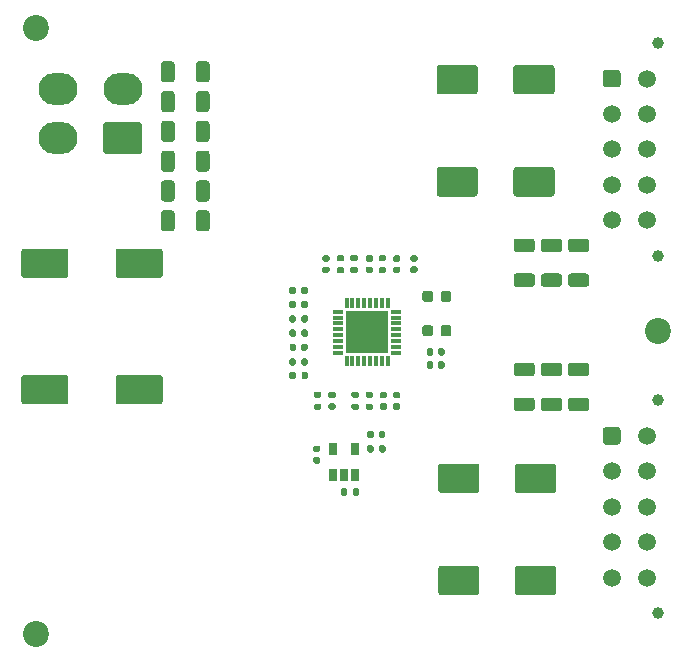
<source format=gbr>
%TF.GenerationSoftware,KiCad,Pcbnew,(5.1.8)-1*%
%TF.CreationDate,2021-10-03T21:30:47+08:00*%
%TF.ProjectId,-18v~18v Dual-Power,2d313876-7e31-4387-9620-4475616c2d50,rev?*%
%TF.SameCoordinates,Original*%
%TF.FileFunction,Soldermask,Top*%
%TF.FilePolarity,Negative*%
%FSLAX46Y46*%
G04 Gerber Fmt 4.6, Leading zero omitted, Abs format (unit mm)*
G04 Created by KiCad (PCBNEW (5.1.8)-1) date 2021-10-03 21:30:47*
%MOMM*%
%LPD*%
G01*
G04 APERTURE LIST*
%ADD10R,3.550000X3.550000*%
%ADD11R,0.300000X0.804800*%
%ADD12R,0.804800X0.300000*%
%ADD13C,2.200000*%
%ADD14O,3.300000X2.700000*%
%ADD15C,1.500000*%
%ADD16C,1.000000*%
%ADD17R,0.650000X1.060000*%
G04 APERTURE END LIST*
D10*
%TO.C,U1*%
X142800000Y-87340000D03*
D11*
X141050000Y-84887600D03*
X141550000Y-84887600D03*
X142050000Y-84887600D03*
X142550000Y-84887600D03*
X143050000Y-84887600D03*
X143550000Y-84887600D03*
X144050000Y-84887600D03*
X144550000Y-84887600D03*
D12*
X145252400Y-85590000D03*
X145252400Y-86090000D03*
X145252400Y-86590000D03*
X145252400Y-87090000D03*
X145252400Y-87590000D03*
X145252400Y-88090000D03*
X145252400Y-88590000D03*
X145252400Y-89090000D03*
D11*
X144550000Y-89792400D03*
X144050000Y-89792400D03*
X143550000Y-89792400D03*
X143050000Y-89792400D03*
X142550000Y-89792400D03*
X142050000Y-89792400D03*
X141550000Y-89792400D03*
X141050000Y-89792400D03*
D12*
X140347600Y-89090000D03*
X140347600Y-88590000D03*
X140347600Y-88090000D03*
X140347600Y-87590000D03*
X140347600Y-87090000D03*
X140347600Y-86590000D03*
X140347600Y-86090000D03*
X140347600Y-85590000D03*
%TD*%
%TO.C,C36*%
G36*
G01*
X152169999Y-64950000D02*
X152169999Y-66950000D01*
G75*
G02*
X151919999Y-67200000I-250000J0D01*
G01*
X148919999Y-67200000D01*
G75*
G02*
X148669999Y-66950000I0J250000D01*
G01*
X148669999Y-64950000D01*
G75*
G02*
X148919999Y-64700000I250000J0D01*
G01*
X151919999Y-64700000D01*
G75*
G02*
X152169999Y-64950000I0J-250000D01*
G01*
G37*
G36*
G01*
X158669999Y-64950000D02*
X158669999Y-66950000D01*
G75*
G02*
X158419999Y-67200000I-250000J0D01*
G01*
X155419999Y-67200000D01*
G75*
G02*
X155169999Y-66950000I0J250000D01*
G01*
X155169999Y-64950000D01*
G75*
G02*
X155419999Y-64700000I250000J0D01*
G01*
X158419999Y-64700000D01*
G75*
G02*
X158669999Y-64950000I0J-250000D01*
G01*
G37*
%TD*%
%TO.C,C35*%
G36*
G01*
X152170000Y-73600000D02*
X152170000Y-75600000D01*
G75*
G02*
X151920000Y-75850000I-250000J0D01*
G01*
X148920000Y-75850000D01*
G75*
G02*
X148670000Y-75600000I0J250000D01*
G01*
X148670000Y-73600000D01*
G75*
G02*
X148920000Y-73350000I250000J0D01*
G01*
X151920000Y-73350000D01*
G75*
G02*
X152170000Y-73600000I0J-250000D01*
G01*
G37*
G36*
G01*
X158670000Y-73600000D02*
X158670000Y-75600000D01*
G75*
G02*
X158420000Y-75850000I-250000J0D01*
G01*
X155420000Y-75850000D01*
G75*
G02*
X155170000Y-75600000I0J250000D01*
G01*
X155170000Y-73600000D01*
G75*
G02*
X155420000Y-73350000I250000J0D01*
G01*
X158420000Y-73350000D01*
G75*
G02*
X158670000Y-73600000I0J-250000D01*
G01*
G37*
%TD*%
%TO.C,C34*%
G36*
G01*
X155300000Y-109350000D02*
X155300000Y-107350000D01*
G75*
G02*
X155550000Y-107100000I250000J0D01*
G01*
X158550000Y-107100000D01*
G75*
G02*
X158800000Y-107350000I0J-250000D01*
G01*
X158800000Y-109350000D01*
G75*
G02*
X158550000Y-109600000I-250000J0D01*
G01*
X155550000Y-109600000D01*
G75*
G02*
X155300000Y-109350000I0J250000D01*
G01*
G37*
G36*
G01*
X148800000Y-109350000D02*
X148800000Y-107350000D01*
G75*
G02*
X149050000Y-107100000I250000J0D01*
G01*
X152050000Y-107100000D01*
G75*
G02*
X152300000Y-107350000I0J-250000D01*
G01*
X152300000Y-109350000D01*
G75*
G02*
X152050000Y-109600000I-250000J0D01*
G01*
X149050000Y-109600000D01*
G75*
G02*
X148800000Y-109350000I0J250000D01*
G01*
G37*
%TD*%
%TO.C,C33*%
G36*
G01*
X155300000Y-100700000D02*
X155300000Y-98700000D01*
G75*
G02*
X155550000Y-98450000I250000J0D01*
G01*
X158550000Y-98450000D01*
G75*
G02*
X158800000Y-98700000I0J-250000D01*
G01*
X158800000Y-100700000D01*
G75*
G02*
X158550000Y-100950000I-250000J0D01*
G01*
X155550000Y-100950000D01*
G75*
G02*
X155300000Y-100700000I0J250000D01*
G01*
G37*
G36*
G01*
X148800000Y-100700000D02*
X148800000Y-98700000D01*
G75*
G02*
X149050000Y-98450000I250000J0D01*
G01*
X152050000Y-98450000D01*
G75*
G02*
X152300000Y-98700000I0J-250000D01*
G01*
X152300000Y-100700000D01*
G75*
G02*
X152050000Y-100950000I-250000J0D01*
G01*
X149050000Y-100950000D01*
G75*
G02*
X148800000Y-100700000I0J250000D01*
G01*
G37*
%TD*%
%TO.C,Cx7*%
G36*
G01*
X126500000Y-67161109D02*
X126500000Y-68461111D01*
G75*
G02*
X126250001Y-68711110I-249999J0D01*
G01*
X125599999Y-68711110D01*
G75*
G02*
X125350000Y-68461111I0J249999D01*
G01*
X125350000Y-67161109D01*
G75*
G02*
X125599999Y-66911110I249999J0D01*
G01*
X126250001Y-66911110D01*
G75*
G02*
X126500000Y-67161109I0J-249999D01*
G01*
G37*
G36*
G01*
X129450000Y-67161109D02*
X129450000Y-68461111D01*
G75*
G02*
X129200001Y-68711110I-249999J0D01*
G01*
X128549999Y-68711110D01*
G75*
G02*
X128300000Y-68461111I0J249999D01*
G01*
X128300000Y-67161109D01*
G75*
G02*
X128549999Y-66911110I249999J0D01*
G01*
X129200001Y-66911110D01*
G75*
G02*
X129450000Y-67161109I0J-249999D01*
G01*
G37*
%TD*%
%TO.C,Cx6*%
G36*
G01*
X126500000Y-69683331D02*
X126500000Y-70983333D01*
G75*
G02*
X126250001Y-71233332I-249999J0D01*
G01*
X125599999Y-71233332D01*
G75*
G02*
X125350000Y-70983333I0J249999D01*
G01*
X125350000Y-69683331D01*
G75*
G02*
X125599999Y-69433332I249999J0D01*
G01*
X126250001Y-69433332D01*
G75*
G02*
X126500000Y-69683331I0J-249999D01*
G01*
G37*
G36*
G01*
X129450000Y-69683331D02*
X129450000Y-70983333D01*
G75*
G02*
X129200001Y-71233332I-249999J0D01*
G01*
X128549999Y-71233332D01*
G75*
G02*
X128300000Y-70983333I0J249999D01*
G01*
X128300000Y-69683331D01*
G75*
G02*
X128549999Y-69433332I249999J0D01*
G01*
X129200001Y-69433332D01*
G75*
G02*
X129450000Y-69683331I0J-249999D01*
G01*
G37*
%TD*%
%TO.C,Cx5*%
G36*
G01*
X126500000Y-77249999D02*
X126500000Y-78550001D01*
G75*
G02*
X126250001Y-78800000I-249999J0D01*
G01*
X125599999Y-78800000D01*
G75*
G02*
X125350000Y-78550001I0J249999D01*
G01*
X125350000Y-77249999D01*
G75*
G02*
X125599999Y-77000000I249999J0D01*
G01*
X126250001Y-77000000D01*
G75*
G02*
X126500000Y-77249999I0J-249999D01*
G01*
G37*
G36*
G01*
X129450000Y-77249999D02*
X129450000Y-78550001D01*
G75*
G02*
X129200001Y-78800000I-249999J0D01*
G01*
X128549999Y-78800000D01*
G75*
G02*
X128300000Y-78550001I0J249999D01*
G01*
X128300000Y-77249999D01*
G75*
G02*
X128549999Y-77000000I249999J0D01*
G01*
X129200001Y-77000000D01*
G75*
G02*
X129450000Y-77249999I0J-249999D01*
G01*
G37*
%TD*%
%TO.C,Cx4*%
G36*
G01*
X126500000Y-74727775D02*
X126500000Y-76027777D01*
G75*
G02*
X126250001Y-76277776I-249999J0D01*
G01*
X125599999Y-76277776D01*
G75*
G02*
X125350000Y-76027777I0J249999D01*
G01*
X125350000Y-74727775D01*
G75*
G02*
X125599999Y-74477776I249999J0D01*
G01*
X126250001Y-74477776D01*
G75*
G02*
X126500000Y-74727775I0J-249999D01*
G01*
G37*
G36*
G01*
X129450000Y-74727775D02*
X129450000Y-76027777D01*
G75*
G02*
X129200001Y-76277776I-249999J0D01*
G01*
X128549999Y-76277776D01*
G75*
G02*
X128300000Y-76027777I0J249999D01*
G01*
X128300000Y-74727775D01*
G75*
G02*
X128549999Y-74477776I249999J0D01*
G01*
X129200001Y-74477776D01*
G75*
G02*
X129450000Y-74727775I0J-249999D01*
G01*
G37*
%TD*%
%TO.C,Cx3*%
G36*
G01*
X126500000Y-72205553D02*
X126500000Y-73505555D01*
G75*
G02*
X126250001Y-73755554I-249999J0D01*
G01*
X125599999Y-73755554D01*
G75*
G02*
X125350000Y-73505555I0J249999D01*
G01*
X125350000Y-72205553D01*
G75*
G02*
X125599999Y-71955554I249999J0D01*
G01*
X126250001Y-71955554D01*
G75*
G02*
X126500000Y-72205553I0J-249999D01*
G01*
G37*
G36*
G01*
X129450000Y-72205553D02*
X129450000Y-73505555D01*
G75*
G02*
X129200001Y-73755554I-249999J0D01*
G01*
X128549999Y-73755554D01*
G75*
G02*
X128300000Y-73505555I0J249999D01*
G01*
X128300000Y-72205553D01*
G75*
G02*
X128549999Y-71955554I249999J0D01*
G01*
X129200001Y-71955554D01*
G75*
G02*
X129450000Y-72205553I0J-249999D01*
G01*
G37*
%TD*%
%TO.C,Cl2*%
G36*
G01*
X117500000Y-80500000D02*
X117500000Y-82500000D01*
G75*
G02*
X117250000Y-82750000I-250000J0D01*
G01*
X113750000Y-82750000D01*
G75*
G02*
X113500000Y-82500000I0J250000D01*
G01*
X113500000Y-80500000D01*
G75*
G02*
X113750000Y-80250000I250000J0D01*
G01*
X117250000Y-80250000D01*
G75*
G02*
X117500000Y-80500000I0J-250000D01*
G01*
G37*
G36*
G01*
X125500000Y-80500000D02*
X125500000Y-82500000D01*
G75*
G02*
X125250000Y-82750000I-250000J0D01*
G01*
X121750000Y-82750000D01*
G75*
G02*
X121500000Y-82500000I0J250000D01*
G01*
X121500000Y-80500000D01*
G75*
G02*
X121750000Y-80250000I250000J0D01*
G01*
X125250000Y-80250000D01*
G75*
G02*
X125500000Y-80500000I0J-250000D01*
G01*
G37*
%TD*%
%TO.C,Cl1*%
G36*
G01*
X117500000Y-91200000D02*
X117500000Y-93200000D01*
G75*
G02*
X117250000Y-93450000I-250000J0D01*
G01*
X113750000Y-93450000D01*
G75*
G02*
X113500000Y-93200000I0J250000D01*
G01*
X113500000Y-91200000D01*
G75*
G02*
X113750000Y-90950000I250000J0D01*
G01*
X117250000Y-90950000D01*
G75*
G02*
X117500000Y-91200000I0J-250000D01*
G01*
G37*
G36*
G01*
X125500000Y-91200000D02*
X125500000Y-93200000D01*
G75*
G02*
X125250000Y-93450000I-250000J0D01*
G01*
X121750000Y-93450000D01*
G75*
G02*
X121500000Y-93200000I0J250000D01*
G01*
X121500000Y-91200000D01*
G75*
G02*
X121750000Y-90950000I250000J0D01*
G01*
X125250000Y-90950000D01*
G75*
G02*
X125500000Y-91200000I0J-250000D01*
G01*
G37*
%TD*%
%TO.C,C23*%
G36*
G01*
X149025000Y-84550000D02*
X149025000Y-84050000D01*
G75*
G02*
X149250000Y-83825000I225000J0D01*
G01*
X149700000Y-83825000D01*
G75*
G02*
X149925000Y-84050000I0J-225000D01*
G01*
X149925000Y-84550000D01*
G75*
G02*
X149700000Y-84775000I-225000J0D01*
G01*
X149250000Y-84775000D01*
G75*
G02*
X149025000Y-84550000I0J225000D01*
G01*
G37*
G36*
G01*
X147475000Y-84550000D02*
X147475000Y-84050000D01*
G75*
G02*
X147700000Y-83825000I225000J0D01*
G01*
X148150000Y-83825000D01*
G75*
G02*
X148375000Y-84050000I0J-225000D01*
G01*
X148375000Y-84550000D01*
G75*
G02*
X148150000Y-84775000I-225000J0D01*
G01*
X147700000Y-84775000D01*
G75*
G02*
X147475000Y-84550000I0J225000D01*
G01*
G37*
%TD*%
%TO.C,C7*%
G36*
G01*
X149025000Y-87450000D02*
X149025000Y-86950000D01*
G75*
G02*
X149250000Y-86725000I225000J0D01*
G01*
X149700000Y-86725000D01*
G75*
G02*
X149925000Y-86950000I0J-225000D01*
G01*
X149925000Y-87450000D01*
G75*
G02*
X149700000Y-87675000I-225000J0D01*
G01*
X149250000Y-87675000D01*
G75*
G02*
X149025000Y-87450000I0J225000D01*
G01*
G37*
G36*
G01*
X147475000Y-87450000D02*
X147475000Y-86950000D01*
G75*
G02*
X147700000Y-86725000I225000J0D01*
G01*
X148150000Y-86725000D01*
G75*
G02*
X148375000Y-86950000I0J-225000D01*
G01*
X148375000Y-87450000D01*
G75*
G02*
X148150000Y-87675000I-225000J0D01*
G01*
X147700000Y-87675000D01*
G75*
G02*
X147475000Y-87450000I0J225000D01*
G01*
G37*
%TD*%
%TO.C,Cx2*%
G36*
G01*
X126500000Y-64638887D02*
X126500000Y-65938889D01*
G75*
G02*
X126250001Y-66188888I-249999J0D01*
G01*
X125599999Y-66188888D01*
G75*
G02*
X125350000Y-65938889I0J249999D01*
G01*
X125350000Y-64638887D01*
G75*
G02*
X125599999Y-64388888I249999J0D01*
G01*
X126250001Y-64388888D01*
G75*
G02*
X126500000Y-64638887I0J-249999D01*
G01*
G37*
G36*
G01*
X129450000Y-64638887D02*
X129450000Y-65938889D01*
G75*
G02*
X129200001Y-66188888I-249999J0D01*
G01*
X128549999Y-66188888D01*
G75*
G02*
X128300000Y-65938889I0J249999D01*
G01*
X128300000Y-64638887D01*
G75*
G02*
X128549999Y-64388888I249999J0D01*
G01*
X129200001Y-64388888D01*
G75*
G02*
X129450000Y-64638887I0J-249999D01*
G01*
G37*
%TD*%
%TO.C,C31*%
G36*
G01*
X157749999Y-92862500D02*
X159050001Y-92862500D01*
G75*
G02*
X159300000Y-93112499I0J-249999D01*
G01*
X159300000Y-93762501D01*
G75*
G02*
X159050001Y-94012500I-249999J0D01*
G01*
X157749999Y-94012500D01*
G75*
G02*
X157500000Y-93762501I0J249999D01*
G01*
X157500000Y-93112499D01*
G75*
G02*
X157749999Y-92862500I249999J0D01*
G01*
G37*
G36*
G01*
X157749999Y-89912500D02*
X159050001Y-89912500D01*
G75*
G02*
X159300000Y-90162499I0J-249999D01*
G01*
X159300000Y-90812501D01*
G75*
G02*
X159050001Y-91062500I-249999J0D01*
G01*
X157749999Y-91062500D01*
G75*
G02*
X157500000Y-90812501I0J249999D01*
G01*
X157500000Y-90162499D01*
G75*
G02*
X157749999Y-89912500I249999J0D01*
G01*
G37*
%TD*%
%TO.C,C30*%
G36*
G01*
X155449999Y-92862500D02*
X156750001Y-92862500D01*
G75*
G02*
X157000000Y-93112499I0J-249999D01*
G01*
X157000000Y-93762501D01*
G75*
G02*
X156750001Y-94012500I-249999J0D01*
G01*
X155449999Y-94012500D01*
G75*
G02*
X155200000Y-93762501I0J249999D01*
G01*
X155200000Y-93112499D01*
G75*
G02*
X155449999Y-92862500I249999J0D01*
G01*
G37*
G36*
G01*
X155449999Y-89912500D02*
X156750001Y-89912500D01*
G75*
G02*
X157000000Y-90162499I0J-249999D01*
G01*
X157000000Y-90812501D01*
G75*
G02*
X156750001Y-91062500I-249999J0D01*
G01*
X155449999Y-91062500D01*
G75*
G02*
X155200000Y-90812501I0J249999D01*
G01*
X155200000Y-90162499D01*
G75*
G02*
X155449999Y-89912500I249999J0D01*
G01*
G37*
%TD*%
%TO.C,C28*%
G36*
G01*
X159050001Y-80552500D02*
X157749999Y-80552500D01*
G75*
G02*
X157500000Y-80302501I0J249999D01*
G01*
X157500000Y-79652499D01*
G75*
G02*
X157749999Y-79402500I249999J0D01*
G01*
X159050001Y-79402500D01*
G75*
G02*
X159300000Y-79652499I0J-249999D01*
G01*
X159300000Y-80302501D01*
G75*
G02*
X159050001Y-80552500I-249999J0D01*
G01*
G37*
G36*
G01*
X159050001Y-83502500D02*
X157749999Y-83502500D01*
G75*
G02*
X157500000Y-83252501I0J249999D01*
G01*
X157500000Y-82602499D01*
G75*
G02*
X157749999Y-82352500I249999J0D01*
G01*
X159050001Y-82352500D01*
G75*
G02*
X159300000Y-82602499I0J-249999D01*
G01*
X159300000Y-83252501D01*
G75*
G02*
X159050001Y-83502500I-249999J0D01*
G01*
G37*
%TD*%
%TO.C,C27*%
G36*
G01*
X156750001Y-80552500D02*
X155449999Y-80552500D01*
G75*
G02*
X155200000Y-80302501I0J249999D01*
G01*
X155200000Y-79652499D01*
G75*
G02*
X155449999Y-79402500I249999J0D01*
G01*
X156750001Y-79402500D01*
G75*
G02*
X157000000Y-79652499I0J-249999D01*
G01*
X157000000Y-80302501D01*
G75*
G02*
X156750001Y-80552500I-249999J0D01*
G01*
G37*
G36*
G01*
X156750001Y-83502500D02*
X155449999Y-83502500D01*
G75*
G02*
X155200000Y-83252501I0J249999D01*
G01*
X155200000Y-82602499D01*
G75*
G02*
X155449999Y-82352500I249999J0D01*
G01*
X156750001Y-82352500D01*
G75*
G02*
X157000000Y-82602499I0J-249999D01*
G01*
X157000000Y-83252501D01*
G75*
G02*
X156750001Y-83502500I-249999J0D01*
G01*
G37*
%TD*%
%TO.C,C26*%
G36*
G01*
X161350001Y-80552500D02*
X160049999Y-80552500D01*
G75*
G02*
X159800000Y-80302501I0J249999D01*
G01*
X159800000Y-79652499D01*
G75*
G02*
X160049999Y-79402500I249999J0D01*
G01*
X161350001Y-79402500D01*
G75*
G02*
X161600000Y-79652499I0J-249999D01*
G01*
X161600000Y-80302501D01*
G75*
G02*
X161350001Y-80552500I-249999J0D01*
G01*
G37*
G36*
G01*
X161350001Y-83502500D02*
X160049999Y-83502500D01*
G75*
G02*
X159800000Y-83252501I0J249999D01*
G01*
X159800000Y-82602499D01*
G75*
G02*
X160049999Y-82352500I249999J0D01*
G01*
X161350001Y-82352500D01*
G75*
G02*
X161600000Y-82602499I0J-249999D01*
G01*
X161600000Y-83252501D01*
G75*
G02*
X161350001Y-83502500I-249999J0D01*
G01*
G37*
%TD*%
%TO.C,C17*%
G36*
G01*
X160049998Y-92862500D02*
X161350000Y-92862500D01*
G75*
G02*
X161599999Y-93112499I0J-249999D01*
G01*
X161599999Y-93762501D01*
G75*
G02*
X161350000Y-94012500I-249999J0D01*
G01*
X160049998Y-94012500D01*
G75*
G02*
X159799999Y-93762501I0J249999D01*
G01*
X159799999Y-93112499D01*
G75*
G02*
X160049998Y-92862500I249999J0D01*
G01*
G37*
G36*
G01*
X160049998Y-89912500D02*
X161350000Y-89912500D01*
G75*
G02*
X161599999Y-90162499I0J-249999D01*
G01*
X161599999Y-90812501D01*
G75*
G02*
X161350000Y-91062500I-249999J0D01*
G01*
X160049998Y-91062500D01*
G75*
G02*
X159799999Y-90812501I0J249999D01*
G01*
X159799999Y-90162499D01*
G75*
G02*
X160049998Y-89912500I249999J0D01*
G01*
G37*
%TD*%
%TO.C,C9*%
G36*
G01*
X148400000Y-88830000D02*
X148400000Y-89170000D01*
G75*
G02*
X148260000Y-89310000I-140000J0D01*
G01*
X147980000Y-89310000D01*
G75*
G02*
X147840000Y-89170000I0J140000D01*
G01*
X147840000Y-88830000D01*
G75*
G02*
X147980000Y-88690000I140000J0D01*
G01*
X148260000Y-88690000D01*
G75*
G02*
X148400000Y-88830000I0J-140000D01*
G01*
G37*
G36*
G01*
X149360000Y-88830000D02*
X149360000Y-89170000D01*
G75*
G02*
X149220000Y-89310000I-140000J0D01*
G01*
X148940000Y-89310000D01*
G75*
G02*
X148800000Y-89170000I0J140000D01*
G01*
X148800000Y-88830000D01*
G75*
G02*
X148940000Y-88690000I140000J0D01*
G01*
X149220000Y-88690000D01*
G75*
G02*
X149360000Y-88830000I0J-140000D01*
G01*
G37*
%TD*%
D13*
%TO.C,H3*%
X167400000Y-87200000D03*
%TD*%
%TO.C,H2*%
X114800000Y-61600000D03*
%TD*%
%TO.C,H1*%
X114800000Y-112900000D03*
%TD*%
D14*
%TO.C,J3*%
X116600000Y-66700000D03*
X116600000Y-70900000D03*
X122100000Y-66700000D03*
G36*
G01*
X123499999Y-72250000D02*
X120700001Y-72250000D01*
G75*
G02*
X120450000Y-71999999I0J250001D01*
G01*
X120450000Y-69800001D01*
G75*
G02*
X120700001Y-69550000I250001J0D01*
G01*
X123499999Y-69550000D01*
G75*
G02*
X123750000Y-69800001I0J-250001D01*
G01*
X123750000Y-71999999D01*
G75*
G02*
X123499999Y-72250000I-250001J0D01*
G01*
G37*
%TD*%
D15*
%TO.C,J2*%
X166500000Y-108110000D03*
X166500000Y-105110000D03*
X166500000Y-102110000D03*
X166500000Y-99110000D03*
X166500000Y-96110000D03*
X163500000Y-108110000D03*
X163500000Y-105110000D03*
X163500000Y-102110000D03*
X163500000Y-99110000D03*
G36*
G01*
X163000000Y-95360000D02*
X164000000Y-95360000D01*
G75*
G02*
X164250000Y-95610000I0J-250000D01*
G01*
X164250000Y-96610000D01*
G75*
G02*
X164000000Y-96860000I-250000J0D01*
G01*
X163000000Y-96860000D01*
G75*
G02*
X162750000Y-96610000I0J250000D01*
G01*
X162750000Y-95610000D01*
G75*
G02*
X163000000Y-95360000I250000J0D01*
G01*
G37*
D16*
X167440000Y-111110000D03*
X167440000Y-93110000D03*
%TD*%
D15*
%TO.C,J1*%
X166500000Y-77860000D03*
X166500000Y-74860000D03*
X166500000Y-71860000D03*
X166500000Y-68860000D03*
X166500000Y-65860000D03*
X163500000Y-77860000D03*
X163500000Y-74860000D03*
X163500000Y-71860000D03*
X163500000Y-68860000D03*
G36*
G01*
X163000000Y-65110000D02*
X164000000Y-65110000D01*
G75*
G02*
X164250000Y-65360000I0J-250000D01*
G01*
X164250000Y-66360000D01*
G75*
G02*
X164000000Y-66610000I-250000J0D01*
G01*
X163000000Y-66610000D01*
G75*
G02*
X162750000Y-66360000I0J250000D01*
G01*
X162750000Y-65360000D01*
G75*
G02*
X163000000Y-65110000I250000J0D01*
G01*
G37*
D16*
X167440000Y-80860000D03*
X167440000Y-62860000D03*
%TD*%
D17*
%TO.C,U2*%
X139880000Y-99409999D03*
X140830000Y-99409999D03*
X141780000Y-99409999D03*
X141780000Y-97209999D03*
X139880000Y-97209999D03*
%TD*%
%TO.C,R16*%
G36*
G01*
X140725000Y-81330000D02*
X140355000Y-81330000D01*
G75*
G02*
X140220000Y-81195000I0J135000D01*
G01*
X140220000Y-80925000D01*
G75*
G02*
X140355000Y-80790000I135000J0D01*
G01*
X140725000Y-80790000D01*
G75*
G02*
X140860000Y-80925000I0J-135000D01*
G01*
X140860000Y-81195000D01*
G75*
G02*
X140725000Y-81330000I-135000J0D01*
G01*
G37*
G36*
G01*
X140725000Y-82350000D02*
X140355000Y-82350000D01*
G75*
G02*
X140220000Y-82215000I0J135000D01*
G01*
X140220000Y-81945000D01*
G75*
G02*
X140355000Y-81810000I135000J0D01*
G01*
X140725000Y-81810000D01*
G75*
G02*
X140860000Y-81945000I0J-135000D01*
G01*
X140860000Y-82215000D01*
G75*
G02*
X140725000Y-82350000I-135000J0D01*
G01*
G37*
%TD*%
%TO.C,R15*%
G36*
G01*
X141505000Y-81810000D02*
X141875000Y-81810000D01*
G75*
G02*
X142010000Y-81945000I0J-135000D01*
G01*
X142010000Y-82215000D01*
G75*
G02*
X141875000Y-82350000I-135000J0D01*
G01*
X141505000Y-82350000D01*
G75*
G02*
X141370000Y-82215000I0J135000D01*
G01*
X141370000Y-81945000D01*
G75*
G02*
X141505000Y-81810000I135000J0D01*
G01*
G37*
G36*
G01*
X141505000Y-80790000D02*
X141875000Y-80790000D01*
G75*
G02*
X142010000Y-80925000I0J-135000D01*
G01*
X142010000Y-81195000D01*
G75*
G02*
X141875000Y-81330000I-135000J0D01*
G01*
X141505000Y-81330000D01*
G75*
G02*
X141370000Y-81195000I0J135000D01*
G01*
X141370000Y-80925000D01*
G75*
G02*
X141505000Y-80790000I135000J0D01*
G01*
G37*
%TD*%
%TO.C,R13*%
G36*
G01*
X138785000Y-92900000D02*
X138415000Y-92900000D01*
G75*
G02*
X138280000Y-92765000I0J135000D01*
G01*
X138280000Y-92495000D01*
G75*
G02*
X138415000Y-92360000I135000J0D01*
G01*
X138785000Y-92360000D01*
G75*
G02*
X138920000Y-92495000I0J-135000D01*
G01*
X138920000Y-92765000D01*
G75*
G02*
X138785000Y-92900000I-135000J0D01*
G01*
G37*
G36*
G01*
X138785000Y-93920000D02*
X138415000Y-93920000D01*
G75*
G02*
X138280000Y-93785000I0J135000D01*
G01*
X138280000Y-93515000D01*
G75*
G02*
X138415000Y-93380000I135000J0D01*
G01*
X138785000Y-93380000D01*
G75*
G02*
X138920000Y-93515000I0J-135000D01*
G01*
X138920000Y-93785000D01*
G75*
G02*
X138785000Y-93920000I-135000J0D01*
G01*
G37*
%TD*%
%TO.C,R11*%
G36*
G01*
X141100000Y-100694999D02*
X141100000Y-101064999D01*
G75*
G02*
X140965000Y-101199999I-135000J0D01*
G01*
X140695000Y-101199999D01*
G75*
G02*
X140560000Y-101064999I0J135000D01*
G01*
X140560000Y-100694999D01*
G75*
G02*
X140695000Y-100559999I135000J0D01*
G01*
X140965000Y-100559999D01*
G75*
G02*
X141100000Y-100694999I0J-135000D01*
G01*
G37*
G36*
G01*
X142120000Y-100694999D02*
X142120000Y-101064999D01*
G75*
G02*
X141985000Y-101199999I-135000J0D01*
G01*
X141715000Y-101199999D01*
G75*
G02*
X141580000Y-101064999I0J135000D01*
G01*
X141580000Y-100694999D01*
G75*
G02*
X141715000Y-100559999I135000J0D01*
G01*
X141985000Y-100559999D01*
G75*
G02*
X142120000Y-100694999I0J-135000D01*
G01*
G37*
%TD*%
%TO.C,R10*%
G36*
G01*
X143820000Y-97395000D02*
X143820000Y-97025000D01*
G75*
G02*
X143955000Y-96890000I135000J0D01*
G01*
X144225000Y-96890000D01*
G75*
G02*
X144360000Y-97025000I0J-135000D01*
G01*
X144360000Y-97395000D01*
G75*
G02*
X144225000Y-97530000I-135000J0D01*
G01*
X143955000Y-97530000D01*
G75*
G02*
X143820000Y-97395000I0J135000D01*
G01*
G37*
G36*
G01*
X142800000Y-97395000D02*
X142800000Y-97025000D01*
G75*
G02*
X142935000Y-96890000I135000J0D01*
G01*
X143205000Y-96890000D01*
G75*
G02*
X143340000Y-97025000I0J-135000D01*
G01*
X143340000Y-97395000D01*
G75*
G02*
X143205000Y-97530000I-135000J0D01*
G01*
X142935000Y-97530000D01*
G75*
G02*
X142800000Y-97395000I0J135000D01*
G01*
G37*
%TD*%
%TO.C,R9*%
G36*
G01*
X141605000Y-92360000D02*
X141975000Y-92360000D01*
G75*
G02*
X142110000Y-92495000I0J-135000D01*
G01*
X142110000Y-92765000D01*
G75*
G02*
X141975000Y-92900000I-135000J0D01*
G01*
X141605000Y-92900000D01*
G75*
G02*
X141470000Y-92765000I0J135000D01*
G01*
X141470000Y-92495000D01*
G75*
G02*
X141605000Y-92360000I135000J0D01*
G01*
G37*
G36*
G01*
X141605000Y-93380000D02*
X141975000Y-93380000D01*
G75*
G02*
X142110000Y-93515000I0J-135000D01*
G01*
X142110000Y-93785000D01*
G75*
G02*
X141975000Y-93920000I-135000J0D01*
G01*
X141605000Y-93920000D01*
G75*
G02*
X141470000Y-93785000I0J135000D01*
G01*
X141470000Y-93515000D01*
G75*
G02*
X141605000Y-93380000I135000J0D01*
G01*
G37*
%TD*%
%TO.C,R8*%
G36*
G01*
X137230000Y-87594999D02*
X137230000Y-87224999D01*
G75*
G02*
X137365000Y-87089999I135000J0D01*
G01*
X137635000Y-87089999D01*
G75*
G02*
X137770000Y-87224999I0J-135000D01*
G01*
X137770000Y-87594999D01*
G75*
G02*
X137635000Y-87729999I-135000J0D01*
G01*
X137365000Y-87729999D01*
G75*
G02*
X137230000Y-87594999I0J135000D01*
G01*
G37*
G36*
G01*
X136210000Y-87594999D02*
X136210000Y-87224999D01*
G75*
G02*
X136345000Y-87089999I135000J0D01*
G01*
X136615000Y-87089999D01*
G75*
G02*
X136750000Y-87224999I0J-135000D01*
G01*
X136750000Y-87594999D01*
G75*
G02*
X136615000Y-87729999I-135000J0D01*
G01*
X136345000Y-87729999D01*
G75*
G02*
X136210000Y-87594999I0J135000D01*
G01*
G37*
%TD*%
%TO.C,R7*%
G36*
G01*
X137230000Y-86391666D02*
X137230000Y-86021666D01*
G75*
G02*
X137365000Y-85886666I135000J0D01*
G01*
X137635000Y-85886666D01*
G75*
G02*
X137770000Y-86021666I0J-135000D01*
G01*
X137770000Y-86391666D01*
G75*
G02*
X137635000Y-86526666I-135000J0D01*
G01*
X137365000Y-86526666D01*
G75*
G02*
X137230000Y-86391666I0J135000D01*
G01*
G37*
G36*
G01*
X136210000Y-86391666D02*
X136210000Y-86021666D01*
G75*
G02*
X136345000Y-85886666I135000J0D01*
G01*
X136615000Y-85886666D01*
G75*
G02*
X136750000Y-86021666I0J-135000D01*
G01*
X136750000Y-86391666D01*
G75*
G02*
X136615000Y-86526666I-135000J0D01*
G01*
X136345000Y-86526666D01*
G75*
G02*
X136210000Y-86391666I0J135000D01*
G01*
G37*
%TD*%
%TO.C,R6*%
G36*
G01*
X136750000Y-84818333D02*
X136750000Y-85188333D01*
G75*
G02*
X136615000Y-85323333I-135000J0D01*
G01*
X136345000Y-85323333D01*
G75*
G02*
X136210000Y-85188333I0J135000D01*
G01*
X136210000Y-84818333D01*
G75*
G02*
X136345000Y-84683333I135000J0D01*
G01*
X136615000Y-84683333D01*
G75*
G02*
X136750000Y-84818333I0J-135000D01*
G01*
G37*
G36*
G01*
X137770000Y-84818333D02*
X137770000Y-85188333D01*
G75*
G02*
X137635000Y-85323333I-135000J0D01*
G01*
X137365000Y-85323333D01*
G75*
G02*
X137230000Y-85188333I0J135000D01*
G01*
X137230000Y-84818333D01*
G75*
G02*
X137365000Y-84683333I135000J0D01*
G01*
X137635000Y-84683333D01*
G75*
G02*
X137770000Y-84818333I0J-135000D01*
G01*
G37*
%TD*%
%TO.C,R5*%
G36*
G01*
X136750000Y-83615000D02*
X136750000Y-83985000D01*
G75*
G02*
X136615000Y-84120000I-135000J0D01*
G01*
X136345000Y-84120000D01*
G75*
G02*
X136210000Y-83985000I0J135000D01*
G01*
X136210000Y-83615000D01*
G75*
G02*
X136345000Y-83480000I135000J0D01*
G01*
X136615000Y-83480000D01*
G75*
G02*
X136750000Y-83615000I0J-135000D01*
G01*
G37*
G36*
G01*
X137770000Y-83615000D02*
X137770000Y-83985000D01*
G75*
G02*
X137635000Y-84120000I-135000J0D01*
G01*
X137365000Y-84120000D01*
G75*
G02*
X137230000Y-83985000I0J135000D01*
G01*
X137230000Y-83615000D01*
G75*
G02*
X137365000Y-83480000I135000J0D01*
G01*
X137635000Y-83480000D01*
G75*
G02*
X137770000Y-83615000I0J-135000D01*
G01*
G37*
%TD*%
%TO.C,R4*%
G36*
G01*
X144275000Y-81330000D02*
X143905000Y-81330000D01*
G75*
G02*
X143770000Y-81195000I0J135000D01*
G01*
X143770000Y-80925000D01*
G75*
G02*
X143905000Y-80790000I135000J0D01*
G01*
X144275000Y-80790000D01*
G75*
G02*
X144410000Y-80925000I0J-135000D01*
G01*
X144410000Y-81195000D01*
G75*
G02*
X144275000Y-81330000I-135000J0D01*
G01*
G37*
G36*
G01*
X144275000Y-82350000D02*
X143905000Y-82350000D01*
G75*
G02*
X143770000Y-82215000I0J135000D01*
G01*
X143770000Y-81945000D01*
G75*
G02*
X143905000Y-81810000I135000J0D01*
G01*
X144275000Y-81810000D01*
G75*
G02*
X144410000Y-81945000I0J-135000D01*
G01*
X144410000Y-82215000D01*
G75*
G02*
X144275000Y-82350000I-135000J0D01*
G01*
G37*
%TD*%
%TO.C,R3*%
G36*
G01*
X143165000Y-92900000D02*
X142795000Y-92900000D01*
G75*
G02*
X142660000Y-92765000I0J135000D01*
G01*
X142660000Y-92495000D01*
G75*
G02*
X142795000Y-92360000I135000J0D01*
G01*
X143165000Y-92360000D01*
G75*
G02*
X143300000Y-92495000I0J-135000D01*
G01*
X143300000Y-92765000D01*
G75*
G02*
X143165000Y-92900000I-135000J0D01*
G01*
G37*
G36*
G01*
X143165000Y-93920000D02*
X142795000Y-93920000D01*
G75*
G02*
X142660000Y-93785000I0J135000D01*
G01*
X142660000Y-93515000D01*
G75*
G02*
X142795000Y-93380000I135000J0D01*
G01*
X143165000Y-93380000D01*
G75*
G02*
X143300000Y-93515000I0J-135000D01*
G01*
X143300000Y-93785000D01*
G75*
G02*
X143165000Y-93920000I-135000J0D01*
G01*
G37*
%TD*%
%TO.C,R2*%
G36*
G01*
X137230000Y-90035000D02*
X137230000Y-89665000D01*
G75*
G02*
X137365000Y-89530000I135000J0D01*
G01*
X137635000Y-89530000D01*
G75*
G02*
X137770000Y-89665000I0J-135000D01*
G01*
X137770000Y-90035000D01*
G75*
G02*
X137635000Y-90170000I-135000J0D01*
G01*
X137365000Y-90170000D01*
G75*
G02*
X137230000Y-90035000I0J135000D01*
G01*
G37*
G36*
G01*
X136210000Y-90035000D02*
X136210000Y-89665000D01*
G75*
G02*
X136345000Y-89530000I135000J0D01*
G01*
X136615000Y-89530000D01*
G75*
G02*
X136750000Y-89665000I0J-135000D01*
G01*
X136750000Y-90035000D01*
G75*
G02*
X136615000Y-90170000I-135000J0D01*
G01*
X136345000Y-90170000D01*
G75*
G02*
X136210000Y-90035000I0J135000D01*
G01*
G37*
%TD*%
%TO.C,R1*%
G36*
G01*
X136760000Y-90825000D02*
X136760000Y-91195000D01*
G75*
G02*
X136625000Y-91330000I-135000J0D01*
G01*
X136355000Y-91330000D01*
G75*
G02*
X136220000Y-91195000I0J135000D01*
G01*
X136220000Y-90825000D01*
G75*
G02*
X136355000Y-90690000I135000J0D01*
G01*
X136625000Y-90690000D01*
G75*
G02*
X136760000Y-90825000I0J-135000D01*
G01*
G37*
G36*
G01*
X137780000Y-90825000D02*
X137780000Y-91195000D01*
G75*
G02*
X137645000Y-91330000I-135000J0D01*
G01*
X137375000Y-91330000D01*
G75*
G02*
X137240000Y-91195000I0J135000D01*
G01*
X137240000Y-90825000D01*
G75*
G02*
X137375000Y-90690000I135000J0D01*
G01*
X137645000Y-90690000D01*
G75*
G02*
X137780000Y-90825000I0J-135000D01*
G01*
G37*
%TD*%
%TO.C,C25*%
G36*
G01*
X139470000Y-81370000D02*
X139130000Y-81370000D01*
G75*
G02*
X138990000Y-81230000I0J140000D01*
G01*
X138990000Y-80950000D01*
G75*
G02*
X139130000Y-80810000I140000J0D01*
G01*
X139470000Y-80810000D01*
G75*
G02*
X139610000Y-80950000I0J-140000D01*
G01*
X139610000Y-81230000D01*
G75*
G02*
X139470000Y-81370000I-140000J0D01*
G01*
G37*
G36*
G01*
X139470000Y-82330000D02*
X139130000Y-82330000D01*
G75*
G02*
X138990000Y-82190000I0J140000D01*
G01*
X138990000Y-81910000D01*
G75*
G02*
X139130000Y-81770000I140000J0D01*
G01*
X139470000Y-81770000D01*
G75*
G02*
X139610000Y-81910000I0J-140000D01*
G01*
X139610000Y-82190000D01*
G75*
G02*
X139470000Y-82330000I-140000J0D01*
G01*
G37*
%TD*%
%TO.C,C21*%
G36*
G01*
X139980000Y-92940000D02*
X139640000Y-92940000D01*
G75*
G02*
X139500000Y-92800000I0J140000D01*
G01*
X139500000Y-92520000D01*
G75*
G02*
X139640000Y-92380000I140000J0D01*
G01*
X139980000Y-92380000D01*
G75*
G02*
X140120000Y-92520000I0J-140000D01*
G01*
X140120000Y-92800000D01*
G75*
G02*
X139980000Y-92940000I-140000J0D01*
G01*
G37*
G36*
G01*
X139980000Y-93900000D02*
X139640000Y-93900000D01*
G75*
G02*
X139500000Y-93760000I0J140000D01*
G01*
X139500000Y-93480000D01*
G75*
G02*
X139640000Y-93340000I140000J0D01*
G01*
X139980000Y-93340000D01*
G75*
G02*
X140120000Y-93480000I0J-140000D01*
G01*
X140120000Y-93760000D01*
G75*
G02*
X139980000Y-93900000I-140000J0D01*
G01*
G37*
%TD*%
%TO.C,C15*%
G36*
G01*
X148390000Y-89940000D02*
X148390000Y-90280000D01*
G75*
G02*
X148250000Y-90420000I-140000J0D01*
G01*
X147970000Y-90420000D01*
G75*
G02*
X147830000Y-90280000I0J140000D01*
G01*
X147830000Y-89940000D01*
G75*
G02*
X147970000Y-89800000I140000J0D01*
G01*
X148250000Y-89800000D01*
G75*
G02*
X148390000Y-89940000I0J-140000D01*
G01*
G37*
G36*
G01*
X149350000Y-89940000D02*
X149350000Y-90280000D01*
G75*
G02*
X149210000Y-90420000I-140000J0D01*
G01*
X148930000Y-90420000D01*
G75*
G02*
X148790000Y-90280000I0J140000D01*
G01*
X148790000Y-89940000D01*
G75*
G02*
X148930000Y-89800000I140000J0D01*
G01*
X149210000Y-89800000D01*
G75*
G02*
X149350000Y-89940000I0J-140000D01*
G01*
G37*
%TD*%
%TO.C,C14*%
G36*
G01*
X138350000Y-97890000D02*
X138690000Y-97890000D01*
G75*
G02*
X138830000Y-98030000I0J-140000D01*
G01*
X138830000Y-98310000D01*
G75*
G02*
X138690000Y-98450000I-140000J0D01*
G01*
X138350000Y-98450000D01*
G75*
G02*
X138210000Y-98310000I0J140000D01*
G01*
X138210000Y-98030000D01*
G75*
G02*
X138350000Y-97890000I140000J0D01*
G01*
G37*
G36*
G01*
X138350000Y-96930000D02*
X138690000Y-96930000D01*
G75*
G02*
X138830000Y-97070000I0J-140000D01*
G01*
X138830000Y-97350000D01*
G75*
G02*
X138690000Y-97490000I-140000J0D01*
G01*
X138350000Y-97490000D01*
G75*
G02*
X138210000Y-97350000I0J140000D01*
G01*
X138210000Y-97070000D01*
G75*
G02*
X138350000Y-96930000I140000J0D01*
G01*
G37*
%TD*%
%TO.C,C13*%
G36*
G01*
X137190000Y-88773332D02*
X137190000Y-88433332D01*
G75*
G02*
X137330000Y-88293332I140000J0D01*
G01*
X137610000Y-88293332D01*
G75*
G02*
X137750000Y-88433332I0J-140000D01*
G01*
X137750000Y-88773332D01*
G75*
G02*
X137610000Y-88913332I-140000J0D01*
G01*
X137330000Y-88913332D01*
G75*
G02*
X137190000Y-88773332I0J140000D01*
G01*
G37*
G36*
G01*
X136230000Y-88773332D02*
X136230000Y-88433332D01*
G75*
G02*
X136370000Y-88293332I140000J0D01*
G01*
X136650000Y-88293332D01*
G75*
G02*
X136790000Y-88433332I0J-140000D01*
G01*
X136790000Y-88773332D01*
G75*
G02*
X136650000Y-88913332I-140000J0D01*
G01*
X136370000Y-88913332D01*
G75*
G02*
X136230000Y-88773332I0J140000D01*
G01*
G37*
%TD*%
%TO.C,C12*%
G36*
G01*
X143140000Y-82330000D02*
X142800000Y-82330000D01*
G75*
G02*
X142660000Y-82190000I0J140000D01*
G01*
X142660000Y-81910000D01*
G75*
G02*
X142800000Y-81770000I140000J0D01*
G01*
X143140000Y-81770000D01*
G75*
G02*
X143280000Y-81910000I0J-140000D01*
G01*
X143280000Y-82190000D01*
G75*
G02*
X143140000Y-82330000I-140000J0D01*
G01*
G37*
G36*
G01*
X143140000Y-81370000D02*
X142800000Y-81370000D01*
G75*
G02*
X142660000Y-81230000I0J140000D01*
G01*
X142660000Y-80950000D01*
G75*
G02*
X142800000Y-80810000I140000J0D01*
G01*
X143140000Y-80810000D01*
G75*
G02*
X143280000Y-80950000I0J-140000D01*
G01*
X143280000Y-81230000D01*
G75*
G02*
X143140000Y-81370000I-140000J0D01*
G01*
G37*
%TD*%
%TO.C,C11*%
G36*
G01*
X145130000Y-80820000D02*
X145470000Y-80820000D01*
G75*
G02*
X145610000Y-80960000I0J-140000D01*
G01*
X145610000Y-81240000D01*
G75*
G02*
X145470000Y-81380000I-140000J0D01*
G01*
X145130000Y-81380000D01*
G75*
G02*
X144990000Y-81240000I0J140000D01*
G01*
X144990000Y-80960000D01*
G75*
G02*
X145130000Y-80820000I140000J0D01*
G01*
G37*
G36*
G01*
X145130000Y-81780000D02*
X145470000Y-81780000D01*
G75*
G02*
X145610000Y-81920000I0J-140000D01*
G01*
X145610000Y-82200000D01*
G75*
G02*
X145470000Y-82340000I-140000J0D01*
G01*
X145130000Y-82340000D01*
G75*
G02*
X144990000Y-82200000I0J140000D01*
G01*
X144990000Y-81920000D01*
G75*
G02*
X145130000Y-81780000I140000J0D01*
G01*
G37*
%TD*%
%TO.C,C10*%
G36*
G01*
X146930000Y-82320000D02*
X146590000Y-82320000D01*
G75*
G02*
X146450000Y-82180000I0J140000D01*
G01*
X146450000Y-81900000D01*
G75*
G02*
X146590000Y-81760000I140000J0D01*
G01*
X146930000Y-81760000D01*
G75*
G02*
X147070000Y-81900000I0J-140000D01*
G01*
X147070000Y-82180000D01*
G75*
G02*
X146930000Y-82320000I-140000J0D01*
G01*
G37*
G36*
G01*
X146930000Y-81360000D02*
X146590000Y-81360000D01*
G75*
G02*
X146450000Y-81220000I0J140000D01*
G01*
X146450000Y-80940000D01*
G75*
G02*
X146590000Y-80800000I140000J0D01*
G01*
X146930000Y-80800000D01*
G75*
G02*
X147070000Y-80940000I0J-140000D01*
G01*
X147070000Y-81220000D01*
G75*
G02*
X146930000Y-81360000I-140000J0D01*
G01*
G37*
%TD*%
%TO.C,C8*%
G36*
G01*
X145470000Y-92940000D02*
X145130000Y-92940000D01*
G75*
G02*
X144990000Y-92800000I0J140000D01*
G01*
X144990000Y-92520000D01*
G75*
G02*
X145130000Y-92380000I140000J0D01*
G01*
X145470000Y-92380000D01*
G75*
G02*
X145610000Y-92520000I0J-140000D01*
G01*
X145610000Y-92800000D01*
G75*
G02*
X145470000Y-92940000I-140000J0D01*
G01*
G37*
G36*
G01*
X145470000Y-93900000D02*
X145130000Y-93900000D01*
G75*
G02*
X144990000Y-93760000I0J140000D01*
G01*
X144990000Y-93480000D01*
G75*
G02*
X145130000Y-93340000I140000J0D01*
G01*
X145470000Y-93340000D01*
G75*
G02*
X145610000Y-93480000I0J-140000D01*
G01*
X145610000Y-93760000D01*
G75*
G02*
X145470000Y-93900000I-140000J0D01*
G01*
G37*
%TD*%
%TO.C,C6*%
G36*
G01*
X144340000Y-92940000D02*
X144000000Y-92940000D01*
G75*
G02*
X143860000Y-92800000I0J140000D01*
G01*
X143860000Y-92520000D01*
G75*
G02*
X144000000Y-92380000I140000J0D01*
G01*
X144340000Y-92380000D01*
G75*
G02*
X144480000Y-92520000I0J-140000D01*
G01*
X144480000Y-92800000D01*
G75*
G02*
X144340000Y-92940000I-140000J0D01*
G01*
G37*
G36*
G01*
X144340000Y-93900000D02*
X144000000Y-93900000D01*
G75*
G02*
X143860000Y-93760000I0J140000D01*
G01*
X143860000Y-93480000D01*
G75*
G02*
X144000000Y-93340000I140000J0D01*
G01*
X144340000Y-93340000D01*
G75*
G02*
X144480000Y-93480000I0J-140000D01*
G01*
X144480000Y-93760000D01*
G75*
G02*
X144340000Y-93900000I-140000J0D01*
G01*
G37*
%TD*%
%TO.C,C5*%
G36*
G01*
X143380000Y-95820000D02*
X143380000Y-96160000D01*
G75*
G02*
X143240000Y-96300000I-140000J0D01*
G01*
X142960000Y-96300000D01*
G75*
G02*
X142820000Y-96160000I0J140000D01*
G01*
X142820000Y-95820000D01*
G75*
G02*
X142960000Y-95680000I140000J0D01*
G01*
X143240000Y-95680000D01*
G75*
G02*
X143380000Y-95820000I0J-140000D01*
G01*
G37*
G36*
G01*
X144340000Y-95820000D02*
X144340000Y-96160000D01*
G75*
G02*
X144200000Y-96300000I-140000J0D01*
G01*
X143920000Y-96300000D01*
G75*
G02*
X143780000Y-96160000I0J140000D01*
G01*
X143780000Y-95820000D01*
G75*
G02*
X143920000Y-95680000I140000J0D01*
G01*
X144200000Y-95680000D01*
G75*
G02*
X144340000Y-95820000I0J-140000D01*
G01*
G37*
%TD*%
M02*

</source>
